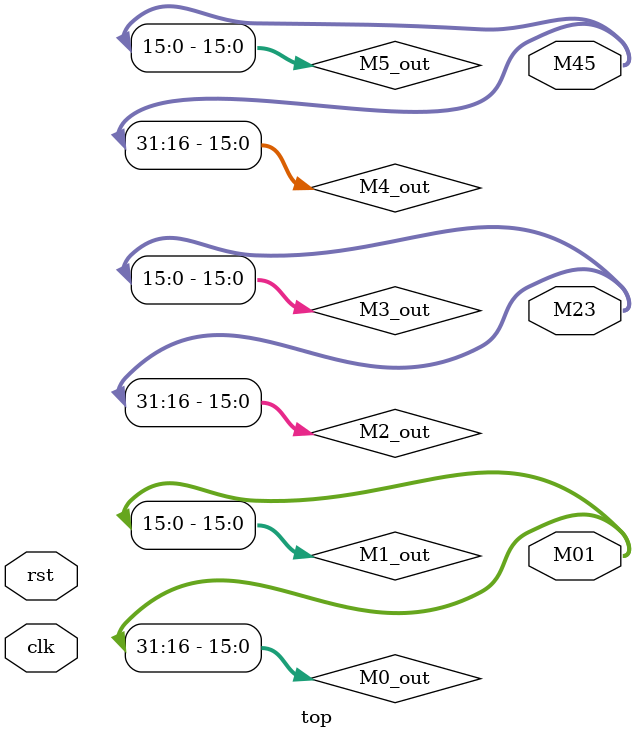
<source format=v>
`timescale 1ns / 1ps


module top(
    input rst,
    input clk,
    output [31:0] M01,
    output [31:0] M23,
    output [31:0] M45
    );
wire[15:0] M0_out;
wire[15:0] M1_out;
wire[15:0] M2_out;
wire[15:0] M3_out;
wire[15:0] M4_out;
wire[15:0] M5_out;
assign M01 = {M0_out, M1_out};
assign M23 = {M2_out, M3_out};
assign M45 = {M4_out, M5_out};

endmodule

</source>
